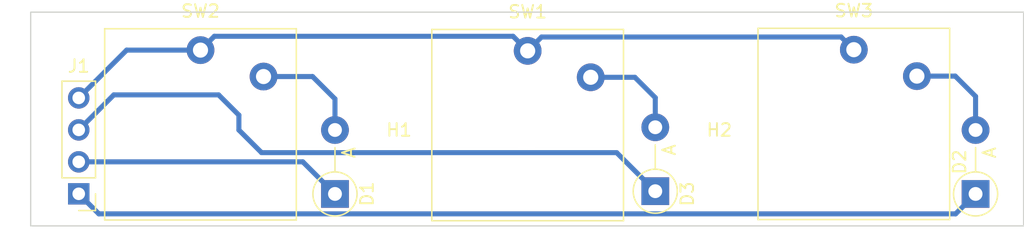
<source format=kicad_pcb>
(kicad_pcb (version 20221018) (generator pcbnew)
  (layers (0 "F.Cu" signal) (31 "B.Cu" signal) (34 "B.Paste" user) (35 "F.Paste" user) (36 "B.SilkS" user "B.Silkscreen") (37 "F.SilkS" user "F.Silkscreen") (38 "B.Mask" user) (39 "F.Mask" user) (44 "Edge.Cuts" user))
  (net 0 "")
  (net 1 "Net-(D1-K)")
  (net 2 "Net-(D1-A)")
  (net 3 "Net-(D2-K)")
  (net 4 "Net-(D2-A)")
  (net 5 "Net-(D3-K)")
  (net 6 "Net-(D3-A)")
  (net 7 "/MATRIX_O1")
  (footprint "MountingHole:MountingHole_3.2mm_M3" (layer "F.Cu") (at 128.27 92.71)
    (fp_text reference "H1" (at 1.27 5.08) (layer "F.SilkS"))
    (fp_text value "MountingHole")
    (pad "" np_thru_hole circle (at 0 0) (size 3.2 3.2) (drill 3.2) (layers "*.Cu" "*.Mask"))
  )
  (footprint "MountingHole:MountingHole_3.2mm_M3" (layer "F.Cu") (at 153.67 92.71)
    (fp_text reference "H2" (at 1.27 5.08) (layer "F.SilkS"))
    (fp_text value "MountingHole")
    (pad "" np_thru_hole circle (at 0 0) (size 3.2 3.2) (drill 3.2) (layers "*.Cu" "*.Mask"))
  )
  (footprint "Diode_THT:D_DO-41_SOD81_P5.08mm_Vertical_AnodeUp" (layer "F.Cu") (at 149.86 102.652183 90)
    (fp_text reference "D3" (at -0.217817 2.54 90) (layer "F.SilkS"))
    (fp_text value "1N47xxA")
    (fp_text user "A" (at 3.28 1.1 90) (layer "F.SilkS"))
    (fp_line (start 1.750635 0) (end 3.68 0) (stroke (width 0.12)) (layer "F.SilkS"))
    (fp_circle (center 0 0) (end 1.750635 0) (stroke (width 0.12)) (fill none) (layer "F.SilkS"))
    (pad "1" thru_hole rect (at 0 0 90) (size 2.2 2.2) (drill 1.1) (layers "*.Cu" "*.Mask") (net 5 "Net-(D3-K)"))
    (pad "2" thru_hole oval (at 5.08 0 90) (size 2.2 2.2) (drill 1.1) (layers "*.Cu" "*.Mask") (net 6 "Net-(D3-A)"))
  )
  (footprint "Diode_THT:D_DO-41_SOD81_P5.08mm_Vertical_AnodeUp" (layer "F.Cu") (at 175.26 102.87 90)
    (fp_text reference "D2" (at 2.54 -1.27 90) (layer "F.SilkS"))
    (fp_text value "1N47xxA")
    (fp_text user "A" (at 3.28 1.1 90) (layer "F.SilkS"))
    (fp_line (start 1.750635 0) (end 3.68 0) (stroke (width 0.12)) (layer "F.SilkS"))
    (fp_circle (center 0 0) (end 1.750635 0) (stroke (width 0.12)) (fill none) (layer "F.SilkS"))
    (pad "1" thru_hole rect (at 0 0 90) (size 2.2 2.2) (drill 1.1) (layers "*.Cu" "*.Mask") (net 3 "Net-(D2-K)"))
    (pad "2" thru_hole oval (at 5.08 0 90) (size 2.2 2.2) (drill 1.1) (layers "*.Cu" "*.Mask") (net 4 "Net-(D2-A)"))
  )
  (footprint "keyboard_kailh:SW_Kailh_Choc_V1" (layer "F.Cu") (at 113.795261 97.342103)
    (fp_text reference "SW2" (at 0 -9) (layer "F.SilkS"))
    (fp_text value "SW_SPST")
    (fp_line (start -7.6 -7.6) (end -7.6 7.6) (stroke (width 0.12)) (layer "F.SilkS"))
    (fp_line (start -7.6 7.6) (end 7.6 7.6) (stroke (width 0.12)) (layer "F.SilkS"))
    (fp_line (start 7.6 -7.6) (end -7.6 -7.6) (stroke (width 0.12)) (layer "F.SilkS"))
    (fp_line (start 7.6 7.6) (end 7.6 -7.6) (stroke (width 0.12)) (layer "F.SilkS"))
    (pad "" np_thru_hole circle (at -5.5 0) (size 1.9 1.9) (drill 1.9) (layers "*.Cu" "*.Mask"))
    (pad "" np_thru_hole circle (at 0 0) (size 3.45 3.45) (drill 3.45) (layers "*.Cu" "*.Mask"))
    (pad "" np_thru_hole circle (at 5.5 0) (size 1.9 1.9) (drill 1.9) (layers "*.Cu" "*.Mask"))
    (pad "1" thru_hole circle (at 0 -5.9) (size 2.2 2.2) (drill 1.2) (layers "*.Cu" "B.Mask") (net 7 "/MATRIX_O1"))
    (pad "2" thru_hole circle (at 5 -3.8) (size 2.2 2.2) (drill 1.2) (layers "*.Cu" "B.Mask") (net 2 "Net-(D1-A)"))
  )
  (footprint "keyboard_kailh:SW_Kailh_Choc_V1" (layer "F.Cu") (at 165.605515 97.308023)
    (fp_text reference "SW3" (at 0 -9) (layer "F.SilkS"))
    (fp_text value "SW_SPST")
    (fp_line (start -7.6 -7.6) (end -7.6 7.6) (stroke (width 0.12)) (layer "F.SilkS"))
    (fp_line (start -7.6 7.6) (end 7.6 7.6) (stroke (width 0.12)) (layer "F.SilkS"))
    (fp_line (start 7.6 -7.6) (end -7.6 -7.6) (stroke (width 0.12)) (layer "F.SilkS"))
    (fp_line (start 7.6 7.6) (end 7.6 -7.6) (stroke (width 0.12)) (layer "F.SilkS"))
    (pad "" np_thru_hole circle (at -5.5 0) (size 1.9 1.9) (drill 1.9) (layers "*.Cu" "*.Mask"))
    (pad "" np_thru_hole circle (at 0 0) (size 3.45 3.45) (drill 3.45) (layers "*.Cu" "*.Mask"))
    (pad "" np_thru_hole circle (at 5.5 0) (size 1.9 1.9) (drill 1.9) (layers "*.Cu" "*.Mask"))
    (pad "1" thru_hole circle (at 0 -5.9) (size 2.2 2.2) (drill 1.2) (layers "*.Cu" "B.Mask") (net 7 "/MATRIX_O1"))
    (pad "2" thru_hole circle (at 5 -3.8) (size 2.2 2.2) (drill 1.2) (layers "*.Cu" "B.Mask") (net 4 "Net-(D2-A)"))
  )
  (footprint "keyboard_kailh:SW_Kailh_Choc_V1" (layer "F.Cu") (at 139.74 97.4)
    (fp_text reference "SW1" (at 0 -9) (layer "F.SilkS"))
    (fp_text value "SW_SPST")
    (fp_line (start -7.6 -7.6) (end -7.6 7.6) (stroke (width 0.12)) (layer "F.SilkS"))
    (fp_line (start -7.6 7.6) (end 7.6 7.6) (stroke (width 0.12)) (layer "F.SilkS"))
    (fp_line (start 7.6 -7.6) (end -7.6 -7.6) (stroke (width 0.12)) (layer "F.SilkS"))
    (fp_line (start 7.6 7.6) (end 7.6 -7.6) (stroke (width 0.12)) (layer "F.SilkS"))
    (pad "" np_thru_hole circle (at -5.5 0) (size 1.9 1.9) (drill 1.9) (layers "*.Cu" "*.Mask"))
    (pad "" np_thru_hole circle (at 0 0) (size 3.45 3.45) (drill 3.45) (layers "*.Cu" "*.Mask"))
    (pad "" np_thru_hole circle (at 5.5 0) (size 1.9 1.9) (drill 1.9) (layers "*.Cu" "*.Mask"))
    (pad "1" thru_hole circle (at 0 -5.9) (size 2.2 2.2) (drill 1.2) (layers "*.Cu" "B.Mask") (net 7 "/MATRIX_O1"))
    (pad "2" thru_hole circle (at 5 -3.8) (size 2.2 2.2) (drill 1.2) (layers "*.Cu" "B.Mask") (net 6 "Net-(D3-A)"))
  )
  (footprint "Connector_PinHeader_2.54mm:PinHeader_1x04_P2.54mm_Vertical" (layer "F.Cu") (at 104.14 102.86 180)
    (fp_text reference "J1" (at 0 10.15) (layer "F.SilkS"))
    (fp_text value "Conn_01x04_Pin")
    (fp_line (start -1.33 -1.33) (end 0 -1.33) (stroke (width 0.12)) (layer "F.SilkS"))
    (fp_line (start -1.33 0) (end -1.33 -1.33) (stroke (width 0.12)) (layer "F.SilkS"))
    (fp_line (start -1.33 1.27) (end -1.33 8.95) (stroke (width 0.12)) (layer "F.SilkS"))
    (fp_line (start -1.33 1.27) (end 1.33 1.27) (stroke (width 0.12)) (layer "F.SilkS"))
    (fp_line (start -1.33 8.95) (end 1.33 8.95) (stroke (width 0.12)) (layer "F.SilkS"))
    (fp_line (start 1.33 1.27) (end 1.33 8.95) (stroke (width 0.12)) (layer "F.SilkS"))
    (pad "1" thru_hole rect (at 0 0 180) (size 1.7 1.7) (drill 1) (layers "*.Cu" "*.Mask") (net 3 "Net-(D2-K)"))
    (pad "2" thru_hole oval (at 0 2.54 180) (size 1.7 1.7) (drill 1) (layers "*.Cu" "*.Mask") (net 1 "Net-(D1-K)"))
    (pad "3" thru_hole oval (at 0 5.08 180) (size 1.7 1.7) (drill 1) (layers "*.Cu" "*.Mask") (net 5 "Net-(D3-K)"))
    (pad "4" thru_hole oval (at 0 7.62 180) (size 1.7 1.7) (drill 1) (layers "*.Cu" "*.Mask") (net 7 "/MATRIX_O1"))
  )
  (footprint "Diode_THT:D_DO-41_SOD81_P5.08mm_Vertical_AnodeUp" (layer "F.Cu") (at 124.46 102.87 90)
    (fp_text reference "D1" (at 0 2.54 90) (layer "F.SilkS"))
    (fp_text value "1N47xxA")
    (fp_text user "A" (at 3.28 1.1 90) (layer "F.SilkS"))
    (fp_line (start 1.750635 0) (end 3.68 0) (stroke (width 0.12)) (layer "F.SilkS"))
    (fp_circle (center 0 0) (end 1.750635 0) (stroke (width 0.12)) (fill none) (layer "F.SilkS"))
    (pad "1" thru_hole rect (at 0 0 90) (size 2.2 2.2) (drill 1.1) (layers "*.Cu" "*.Mask") (net 1 "Net-(D1-K)"))
    (pad "2" thru_hole oval (at 5.08 0 90) (size 2.2 2.2) (drill 1.1) (layers "*.Cu" "*.Mask") (net 2 "Net-(D1-A)"))
  )
  (gr_rect (start 100.33 88.424035) (end 179.07 105.41) (stroke (width 0.1)) (fill none) (layer "Edge.Cuts"))
  (segment (start 121.91 100.32) (end 104.14 100.32) (width 0.4) (layer "B.Cu") (net 1))
  (segment (start 124.46 102.87) (end 121.91 100.32) (width 0.4) (layer "B.Cu") (net 1))
  (segment (start 122.682103 93.542103) (end 124.46 95.32) (width 0.4) (layer "B.Cu") (net 2))
  (segment (start 118.795261 93.542103) (end 122.682103 93.542103) (width 0.4) (layer "B.Cu") (net 2))
  (segment (start 124.46 95.32) (end 124.46 97.79) (width 0.4) (layer "B.Cu") (net 2))
  (segment (start 173.677817 104.452183) (end 105.732183 104.452183) (width 0.4) (layer "B.Cu") (net 3))
  (segment (start 175.26 102.87) (end 173.677817 104.452183) (width 0.4) (layer "B.Cu") (net 3))
  (segment (start 105.732183 104.452183) (end 104.14 102.86) (width 0.4) (layer "B.Cu") (net 3))
  (segment (start 175.26 95.12) (end 175.26 97.79) (width 0.4) (layer "B.Cu") (net 4))
  (segment (start 173.648023 93.508023) (end 175.26 95.12) (width 0.4) (layer "B.Cu") (net 4))
  (segment (start 170.605515 93.508023) (end 173.648023 93.508023) (width 0.4) (layer "B.Cu") (net 4))
  (segment (start 116.84 96.605887) (end 115.234113 95) (width 0.4) (layer "B.Cu") (net 5))
  (segment (start 149.86 102.652183) (end 146.797817 99.59) (width 0.4) (layer "B.Cu") (net 5))
  (segment (start 146.797817 99.59) (end 118.64 99.59) (width 0.4) (layer "B.Cu") (net 5))
  (segment (start 118.64 99.59) (end 116.84 97.79) (width 0.4) (layer "B.Cu") (net 5))
  (segment (start 116.84 97.79) (end 116.84 96.605887) (width 0.4) (layer "B.Cu") (net 5))
  (segment (start 115.234113 95) (end 106.92 95) (width 0.4) (layer "B.Cu") (net 5))
  (segment (start 106.92 95) (end 104.14 97.78) (width 0.4) (layer "B.Cu") (net 5))
  (segment (start 144.74 93.6) (end 148.24 93.6) (width 0.4) (layer "B.Cu") (net 6))
  (segment (start 149.86 95.22) (end 149.86 97.572183) (width 0.4) (layer "B.Cu") (net 6))
  (segment (start 148.24 93.6) (end 149.86 95.22) (width 0.4) (layer "B.Cu") (net 6))
  (segment (start 113.795261 91.442103) (end 114.89526 90.342104) (width 0.4) (layer "B.Cu") (net 7))
  (segment (start 140.839999 90.400001) (end 164.597493 90.400001) (width 0.4) (layer "B.Cu") (net 7))
  (segment (start 138.582104 90.342104) (end 139.74 91.5) (width 0.4) (layer "B.Cu") (net 7))
  (segment (start 114.89526 90.342104) (end 138.582104 90.342104) (width 0.4) (layer "B.Cu") (net 7))
  (segment (start 164.597493 90.400001) (end 165.605515 91.408023) (width 0.4) (layer "B.Cu") (net 7))
  (segment (start 104.14 95.24) (end 107.937897 91.442103) (width 0.4) (layer "B.Cu") (net 7))
  (segment (start 107.937897 91.442103) (end 113.795261 91.442103) (width 0.4) (layer "B.Cu") (net 7))
  (segment (start 139.74 91.5) (end 140.839999 90.400001) (width 0.4) (layer "B.Cu") (net 7))
)
</source>
